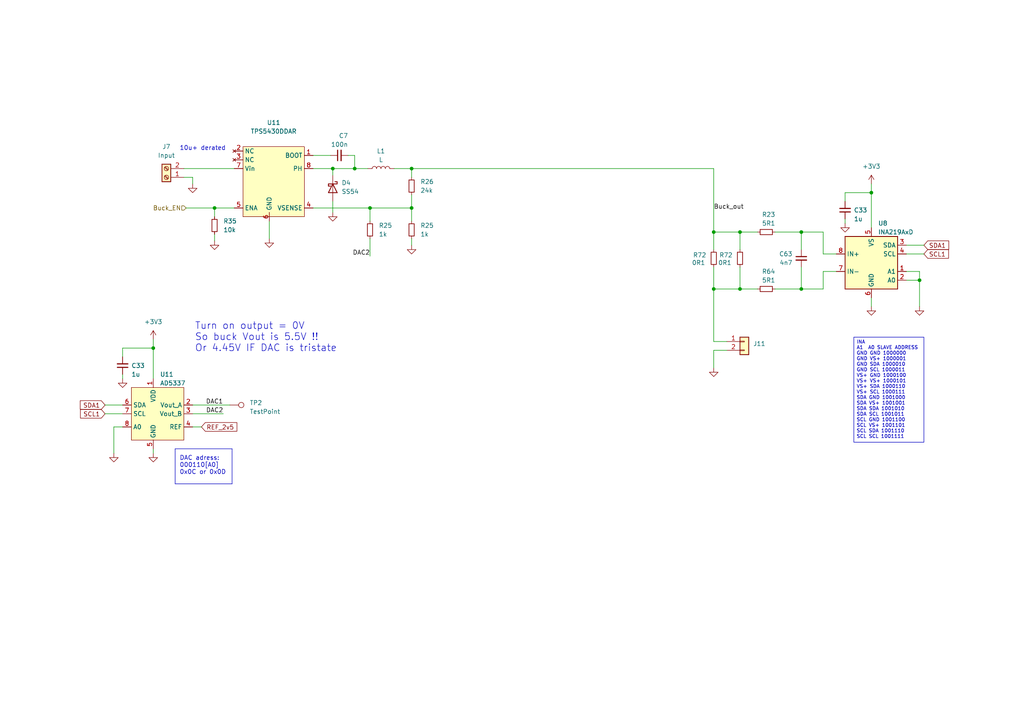
<source format=kicad_sch>
(kicad_sch (version 20230121) (generator eeschema)
  (paper "A4")
  (lib_symbols
    (symbol "Connector:Screw_Terminal_01x02" (pin_names (offset 1.016) hide)
      (property "Reference" "J" (at 0 2.54 0))
      (property "Value" "Screw_Terminal_01x02" (at 0 -5.08 0))
      (symbol "Screw_Terminal_01x02_1_1"
        (rectangle (start -1.27 1.27) (end 1.27 -3.81) (stroke (width 0.254)) (fill (type background)))
        (circle (center 0 -2.54) (radius 0.635) (stroke (width 0.1524)))
        (polyline (pts (xy -0.5334 -2.2098) (xy 0.3302 -3.048)) (stroke (width 0.1524)))
        (polyline (pts (xy -0.5334 0.3302) (xy 0.3302 -0.508)) (stroke (width 0.1524)))
        (polyline (pts (xy -0.3556 -2.032) (xy 0.508 -2.8702)) (stroke (width 0.1524)))
        (polyline (pts (xy -0.3556 0.508) (xy 0.508 -0.3302)) (stroke (width 0.1524)))
        (circle (center 0 0) (radius 0.635) (stroke (width 0.1524)))
        (pin passive line (at -5.08 0 0) (length 3.81) (name "Pin_1") (number "1"))
        (pin passive line (at -5.08 -2.54 0) (length 3.81) (name "Pin_2") (number "2"))
      )
    )
    (symbol "Connector:TestPoint" (pin_numbers hide) (pin_names (offset 0.762) hide)
      (property "Reference" "TP" (at 0 6.858 0))
      (property "Value" "TestPoint" (at 0 5.08 0))
      (symbol "TestPoint_0_1"
        (circle (center 0 3.302) (radius 0.762))
      )
      (symbol "TestPoint_1_1"
        (pin passive line (at 0 0 90) (length 2.54) (name "1") (number "1"))
      )
    )
    (symbol "Connector_Generic:Conn_01x02" (pin_names (offset 1.016) hide)
      (property "Reference" "J" (at 0 2.54 0))
      (property "Value" "Conn_01x02" (at 0 -5.08 0))
      (symbol "Conn_01x02_1_1"
        (rectangle (start -1.27 -2.413) (end 0 -2.667) (stroke (width 0.1524)))
        (rectangle (start -1.27 0.127) (end 0 -0.127) (stroke (width 0.1524)))
        (rectangle (start -1.27 1.27) (end 1.27 -3.81) (stroke (width 0.254)) (fill (type background)))
        (pin passive line (at -5.08 0 0) (length 3.81) (name "Pin_1") (number "1"))
        (pin passive line (at -5.08 -2.54 0) (length 3.81) (name "Pin_2") (number "2"))
      )
    )
    (symbol "Device:C_Small" (pin_numbers hide) (pin_names (offset 0.254) hide)
      (property "Reference" "C" (at 0.254 1.778 0))
      (property "Value" "C_Small" (at 0.254 -2.032 0))
      (symbol "C_Small_0_1"
        (polyline (pts (xy -1.524 -0.508) (xy 1.524 -0.508)) (stroke (width 0.3302)))
        (polyline (pts (xy -1.524 0.508) (xy 1.524 0.508)) (stroke (width 0.3048)))
      )
      (symbol "C_Small_1_1"
        (pin passive line (at 0 2.54 270) (length 2.032) (name "~") (number "1"))
        (pin passive line (at 0 -2.54 90) (length 2.032) (name "~") (number "2"))
      )
    )
    (symbol "Device:D_Schottky" (pin_numbers hide) (pin_names (offset 1.016) hide)
      (property "Reference" "D" (at 0 2.54 0))
      (property "Value" "D_Schottky" (at 0 -2.54 0))
      (symbol "D_Schottky_0_1"
        (polyline (pts (xy 1.27 0) (xy -1.27 0)))
        (polyline (pts (xy 1.27 1.27) (xy 1.27 -1.27) (xy -1.27 0) (xy 1.27 1.27)) (stroke (width 0.254)))
        (polyline (pts (xy -1.905 0.635) (xy -1.905 1.27) (xy -1.27 1.27) (xy -1.27 -1.27) (xy -0.635 -1.27) (xy -0.635 -0.635)) (stroke (width 0.254)))
      )
      (symbol "D_Schottky_1_1"
        (pin passive line (at -3.81 0 0) (length 2.54) (name "K") (number "1"))
        (pin passive line (at 3.81 0 180) (length 2.54) (name "A") (number "2"))
      )
    )
    (symbol "Device:L" (pin_numbers hide) (pin_names (offset 1.016) hide)
      (property "Reference" "L" (at -1.27 0 90))
      (property "Value" "L" (at 1.905 0 90))
      (symbol "L_0_1"
        (arc (start 0 -2.54) (mid 0.6323 -1.905) (end 0 -1.27))
        (arc (start 0 -1.27) (mid 0.6323 -0.635) (end 0 0))
        (arc (start 0 0) (mid 0.6323 0.635) (end 0 1.27))
        (arc (start 0 1.27) (mid 0.6323 1.905) (end 0 2.54))
      )
      (symbol "L_1_1"
        (pin passive line (at 0 3.81 270) (length 1.27) (name "1") (number "1"))
        (pin passive line (at 0 -3.81 90) (length 1.27) (name "2") (number "2"))
      )
    )
    (symbol "Device:R_Small" (pin_numbers hide) (pin_names (offset 0.254) hide)
      (property "Reference" "R" (at 0.762 0.508 0))
      (property "Value" "R_Small" (at 0.762 -1.016 0))
      (symbol "R_Small_0_1"
        (rectangle (start -0.762 1.778) (end 0.762 -1.778) (stroke (width 0.2032)))
      )
      (symbol "R_Small_1_1"
        (pin passive line (at 0 2.54 270) (length 0.762) (name "~") (number "1"))
        (pin passive line (at 0 -2.54 90) (length 0.762) (name "~") (number "2"))
      )
    )
    (symbol "My_custom_lib:AD5337"
      (property "Reference" "U" (at 2.54 10.16 0))
      (property "Value" "AD5337" (at 5.08 7.62 0))
      (symbol "AD5337_1_1"
        (rectangle (start -6.35 6.35) (end 8.89 -8.89) (fill (type background)))
        (pin power_in line (at 0 8.89 270) (length 2.54) (name "VDD") (number "1"))
        (pin output line (at 11.43 1.27 180) (length 2.54) (name "Vout_A") (number "2"))
        (pin output line (at 11.43 -1.27 180) (length 2.54) (name "Vout_B") (number "3"))
        (pin input line (at 11.43 -5.08 180) (length 2.54) (name "REF") (number "4"))
        (pin power_in line (at 0 -11.43 90) (length 2.54) (name "GND") (number "5"))
        (pin bidirectional line (at -8.89 1.27 0) (length 2.54) (name "SDA") (number "6"))
        (pin input line (at -8.89 -1.27 0) (length 2.54) (name "SCL") (number "7"))
        (pin input line (at -8.89 -5.08 0) (length 2.54) (name "A0") (number "8"))
      )
    )
    (symbol "My_custom_lib:TPS5430DDAR"
      (property "Reference" "U" (at 8.89 11.43 0))
      (property "Value" "TPS5430DDAR" (at 8.89 13.97 0))
      (property "LCSC" "C9864" (at 0 0 0))
      (symbol "TPS5430DDAR_0_1"
        (rectangle (start -7.62 8.89) (end 10.16 -11.43) (fill (type background)))
      )
      (symbol "TPS5430DDAR_1_1"
        (pin input line (at 12.7 6.35 180) (length 2.54) (name "BOOT") (number "1"))
        (pin no_connect line (at -10.16 7.62 0) (length 2.54) (name "NC") (number "2"))
        (pin no_connect line (at -10.16 5.08 0) (length 2.54) (name "NC") (number "3"))
        (pin input line (at 12.7 -8.89 180) (length 2.54) (name "VSENSE") (number "4"))
        (pin input line (at -10.16 -8.89 0) (length 2.54) (name "ENA") (number "5"))
        (pin power_in line (at 0 -12.7 90) (length 2.54) (name "GND") (number "6"))
        (pin power_in line (at -10.16 2.54 0) (length 2.54) (name "Vin") (number "7"))
        (pin power_out line (at 12.7 2.54 180) (length 2.54) (name "PH") (number "8"))
        (pin power_in line (at 0 -12.7 90) (length 2.54) hide (name "Thermal") (number "9"))
      )
    )
    (symbol "Sensor_Energy:INA219AxD"
      (property "Reference" "U" (at -6.35 8.89 0))
      (property "Value" "INA219AxD" (at 5.08 8.89 0))
      (symbol "INA219AxD_0_1"
        (rectangle (start -7.62 7.62) (end 7.62 -7.62) (stroke (width 0.254)) (fill (type background)))
      )
      (symbol "INA219AxD_1_1"
        (pin input line (at 10.16 -2.54 180) (length 2.54) (name "A1") (number "1"))
        (pin input line (at 10.16 -5.08 180) (length 2.54) (name "A0") (number "2"))
        (pin bidirectional line (at 10.16 5.08 180) (length 2.54) (name "SDA") (number "3"))
        (pin input line (at 10.16 2.54 180) (length 2.54) (name "SCL") (number "4"))
        (pin power_in line (at 0 10.16 270) (length 2.54) (name "VS") (number "5"))
        (pin power_in line (at 0 -10.16 90) (length 2.54) (name "GND") (number "6"))
        (pin input line (at -10.16 -2.54 0) (length 2.54) (name "IN-") (number "7"))
        (pin input line (at -10.16 2.54 0) (length 2.54) (name "IN+") (number "8"))
      )
    )
    (symbol "power:+3V3" (power) (pin_names (offset 0))
      (property "Value" "+3V3" (at 0 3.556 0))
      (symbol "+3V3_0_1"
        (polyline (pts (xy -0.762 1.27) (xy 0 2.54)))
        (polyline (pts (xy 0 0) (xy 0 2.54)))
        (polyline (pts (xy 0 2.54) (xy 0.762 1.27)))
      )
      (symbol "+3V3_1_1"
        (pin power_in line (at 0 0 90) (length 0) hide (name "+3V3") (number "1"))
      )
    )
    (symbol "power:GND" (power) (pin_names (offset 0))
      (property "Value" "GND" (at 0 -3.81 0))
      (symbol "GND_0_1"
        (polyline (pts (xy 0 0) (xy 0 -1.27) (xy 1.27 -1.27) (xy 0 -2.54) (xy -1.27 -1.27) (xy 0 -1.27)))
      )
      (symbol "GND_1_1"
        (pin power_in line (at 0 0 270) (length 0) hide (name "GND") (number "1"))
      )
    )
  )
  (junction (at 119.38 60.325))
  (junction (at 107.315 60.325))
  (junction (at 214.63 67.31))
  (junction (at 102.87 48.895))
  (junction (at 232.41 67.31))
  (junction (at 44.45 100.965))
  (junction (at 62.23 60.325))
  (junction (at 119.38 48.895))
  (junction (at 266.7 81.28))
  (junction (at 252.73 55.88))
  (junction (at 207.01 83.82))
  (junction (at 96.52 48.895))
  (junction (at 207.01 67.31))
  (junction (at 232.41 83.82))
  (junction (at 214.63 83.82))
  (polyline (pts (xy 67.31 140.335) (xy 67.31 130.175)))
  (wire (pts (xy 44.45 98.425) (xy 44.45 100.965)))
  (wire (pts (xy 44.45 131.445) (xy 44.45 130.175)))
  (wire (pts (xy 232.41 77.47) (xy 232.41 83.82)))
  (wire (pts (xy 252.73 86.36) (xy 252.73 88.9)))
  (wire (pts (xy 207.01 101.6) (xy 207.01 106.68)))
  (wire (pts (xy 214.63 67.31) (xy 207.01 67.31)))
  (wire (pts (xy 232.41 67.31) (xy 238.76 67.31)))
  (wire (pts (xy 119.38 69.215) (xy 119.38 71.12)))
  (wire (pts (xy 78.105 64.135) (xy 78.105 69.215)))
  (wire (pts (xy 44.45 100.965) (xy 44.45 109.855)))
  (wire (pts (xy 90.805 48.895) (xy 96.52 48.895)))
  (wire (pts (xy 62.23 62.865) (xy 62.23 60.325)))
  (wire (pts (xy 238.76 78.74) (xy 238.76 83.82)))
  (wire (pts (xy 266.7 78.74) (xy 266.7 81.28)))
  (wire (pts (xy 107.315 60.325) (xy 107.315 64.135)))
  (wire (pts (xy 252.73 53.34) (xy 252.73 55.88)))
  (wire (pts (xy 262.89 81.28) (xy 266.7 81.28)))
  (wire (pts (xy 102.87 48.895) (xy 106.68 48.895)))
  (wire (pts (xy 53.34 51.435) (xy 55.88 51.435)))
  (wire (pts (xy 35.56 103.505) (xy 35.56 100.965)))
  (wire (pts (xy 207.01 67.31) (xy 207.01 72.39)))
  (wire (pts (xy 119.38 60.325) (xy 119.38 64.135)))
  (wire (pts (xy 53.975 60.325) (xy 62.23 60.325)))
  (wire (pts (xy 224.79 67.31) (xy 232.41 67.31)))
  (wire (pts (xy 207.01 99.06) (xy 210.82 99.06)))
  (wire (pts (xy 35.56 109.855) (xy 35.56 108.585)))
  (wire (pts (xy 232.41 83.82) (xy 238.76 83.82)))
  (wire (pts (xy 55.88 51.435) (xy 55.88 53.34)))
  (wire (pts (xy 119.38 56.515) (xy 119.38 60.325)))
  (wire (pts (xy 33.02 131.445) (xy 33.02 123.825)))
  (wire (pts (xy 266.7 81.28) (xy 266.7 88.9)))
  (wire (pts (xy 119.38 48.895) (xy 119.38 51.435)))
  (wire (pts (xy 67.945 48.895) (xy 53.34 48.895)))
  (wire (pts (xy 224.79 83.82) (xy 232.41 83.82)))
  (wire (pts (xy 55.88 123.825) (xy 58.42 123.825)))
  (wire (pts (xy 238.76 73.66) (xy 238.76 67.31)))
  (wire (pts (xy 214.63 77.47) (xy 214.63 83.82)))
  (wire (pts (xy 102.87 45.085) (xy 102.87 48.895)))
  (polyline (pts (xy 50.8 140.335) (xy 67.31 140.335)))
  (wire (pts (xy 30.48 117.475) (xy 35.56 117.475)))
  (wire (pts (xy 267.97 73.66) (xy 262.89 73.66)))
  (wire (pts (xy 214.63 67.31) (xy 214.63 72.39)))
  (wire (pts (xy 107.315 60.325) (xy 119.38 60.325)))
  (wire (pts (xy 245.11 58.42) (xy 245.11 55.88)))
  (wire (pts (xy 245.11 55.88) (xy 252.73 55.88)))
  (wire (pts (xy 62.23 60.325) (xy 67.945 60.325)))
  (wire (pts (xy 207.01 83.82) (xy 207.01 99.06)))
  (wire (pts (xy 214.63 67.31) (xy 219.71 67.31)))
  (wire (pts (xy 96.52 58.42) (xy 96.52 61.595)))
  (wire (pts (xy 262.89 78.74) (xy 266.7 78.74)))
  (wire (pts (xy 96.52 50.8) (xy 96.52 48.895)))
  (wire (pts (xy 107.315 69.215) (xy 107.315 74.295)))
  (wire (pts (xy 90.805 60.325) (xy 107.315 60.325)))
  (wire (pts (xy 238.76 78.74) (xy 242.57 78.74)))
  (wire (pts (xy 214.63 83.82) (xy 207.01 83.82)))
  (wire (pts (xy 33.02 123.825) (xy 35.56 123.825)))
  (wire (pts (xy 214.63 83.82) (xy 219.71 83.82)))
  (wire (pts (xy 90.805 45.085) (xy 95.885 45.085)))
  (wire (pts (xy 232.41 72.39) (xy 232.41 67.31)))
  (wire (pts (xy 30.48 120.015) (xy 35.56 120.015)))
  (wire (pts (xy 55.88 117.475) (xy 66.675 117.475)))
  (wire (pts (xy 96.52 48.895) (xy 102.87 48.895)))
  (wire (pts (xy 114.3 48.895) (xy 119.38 48.895)))
  (polyline (pts (xy 50.8 130.175) (xy 50.8 140.335)))
  (polyline (pts (xy 50.8 130.175) (xy 67.31 130.175)))
  (wire (pts (xy 62.23 67.945) (xy 62.23 69.85)))
  (wire (pts (xy 210.82 101.6) (xy 207.01 101.6)))
  (wire (pts (xy 100.965 45.085) (xy 102.87 45.085)))
  (wire (pts (xy 64.77 120.015) (xy 55.88 120.015)))
  (wire (pts (xy 245.11 64.77) (xy 245.11 63.5)))
  (wire (pts (xy 207.01 48.895) (xy 207.01 67.31)))
  (wire (pts (xy 35.56 100.965) (xy 44.45 100.965)))
  (wire (pts (xy 207.01 77.47) (xy 207.01 83.82)))
  (wire (pts (xy 238.76 73.66) (xy 242.57 73.66)))
  (wire (pts (xy 119.38 48.895) (xy 207.01 48.895)))
  (wire (pts (xy 252.73 55.88) (xy 252.73 66.04)))
  (wire (pts (xy 267.97 71.12) (xy 262.89 71.12)))
  (text_box "INA\nA1  A0 SLAVE ADDRESS\nGND GND 1000000\nGND VS+ 1000001\nGND SDA 1000010\nGND SCL 1000011\nVS+ GND 1000100\nVS+ VS+ 1000101\nVS+ SDA 1000110\nVS+ SCL 1000111\nSDA GND 1001000\nSDA VS+ 1001001\nSDA SDA 1001010\nSDA SCL 1001011\nSCL GND 1001100\nSCL VS+ 1001101\nSCL SDA 1001110\nSCL SCL 1001111" (at 247.65 97.79 0) (size 20.32 30.48) (effects (font (size 1 1)) (justify left top)))
  (text "DAC adress:\n000110[A0] \n0x0C or 0x0D" (at 52.07 137.795 0) (effects (font (size 1.27 1.27)) (justify left bottom)))
  (text "10u+ derated" (at 52.07 43.815 0) (effects (font (size 1.27 1.27)) (justify left bottom)))
  (text "Turn on output = 0V\nSo buck Vout is 5.5V !!\nOr 4.45V IF DAC is tristate" (at 56.515 102.235 0) (effects (font (size 2 2)) (justify left bottom)))
  (label "DAC2" (at 64.77 120.015 180))
  (label "Buck_out" (at 207.01 60.96 0))
  (label "DAC2" (at 107.315 74.295 180))
  (label "DAC1" (at 59.69 117.475 0))
  (global_label "SDA1" (shape input) (at 30.48 117.475 180) (property "Intersheetrefs" "${INTERSHEET_REFS}" (effects hide)))
  (global_label "SCL1" (shape input) (at 267.97 73.66 0) (property "Intersheetrefs" "${INTERSHEET_REFS}" (effects hide)))
  (global_label "SCL1" (shape input) (at 30.48 120.015 180) (property "Intersheetrefs" "${INTERSHEET_REFS}" (effects hide)))
  (global_label "SDA1" (shape input) (at 267.97 71.12 0) (property "Intersheetrefs" "${INTERSHEET_REFS}" (effects hide)))
  (global_label "REF_2v5" (shape input) (at 58.42 123.825 0) (property "Intersheetrefs" "${INTERSHEET_REFS}" (effects hide)))
  (hierarchical_label "Buck_EN" (shape input) (at 53.975 60.325 180))
  (symbol (lib_id "Device:D_Schottky") (at 96.52 54.61 270) (unit 1)
    (property "Reference" "D4" (at 99.06 53.0225 90) (effects (justify left)))
    (property "Value" "SS54" (at 99.06 55.5625 90) (effects (justify left)))
    (property "Footprint" "Diode_SMD:D_SMA" (effects hide))
    (property "LCSC" "C22452" (effects hide))
    (instances (project "Small_load_V1" (path "" (reference "D4") (unit 1)) (path "" (reference "D7") (unit 1))))
  )
  (symbol (lib_id "Device:R_Small") (at 119.38 66.675 180) (unit 1)
    (property "Reference" "R25" (at 121.92 65.4049 0) (effects (justify right)))
    (property "Value" "1k" (at 121.92 67.9449 0) (effects (justify right)))
    (property "Footprint" "Resistor_SMD:R_0603_1608Metric" (effects hide))
    (property "Datasheet" "https://jlcpcb.com/partdetail/26547-0603WAF1002T5E/C25804" (effects hide))
    (instances (project "Small_load_V1" (path "" (reference "R25") (unit 1)) (path "" (reference "R39") (unit 1))))
  )
  (symbol (lib_id "Connector:Screw_Terminal_01x02") (at 48.26 51.435 180) (unit 1)
    (property "Reference" "J7" (at 48.26 42.545 0))
    (property "Value" "Input" (at 48.26 45.085 0))
    (property "Footprint" "TerminalBlock:TerminalBlock_Altech_AK300-2_P5.00mm" (effects hide))
    (instances (project "Small_load_V1" (path "" (reference "J7") (unit 1)) (path "" (reference "J5") (unit 1))))
  )
  (symbol (lib_id "power:+3V3") (at 44.45 98.425 0) (unit 1)
    (property "Reference" "#PWR0136" (effects hide))
    (property "Value" "+3V3" (at 44.45 93.345 0))
    (instances (project "Ethernet_switch_4out" (path "" (reference "#PWR0136") (unit 1)) (path "" (reference "#PWR0167") (unit 1))) (project "cross_band_handy_walkie_talkie_ES8388" (path "" (reference "#PWR010") (unit 1))) (project "Small_load_V1" (path "" (reference "#PWR068") (unit 1))))
  )
  (symbol (lib_id "My_custom_lib:AD5337") (at 44.45 118.745 0) (unit 1)
    (property "Reference" "U11" (at 46.4059 108.585 0) (effects (justify left)))
    (property "Value" "AD5337" (at 46.4059 111.125 0) (effects (justify left)))
    (property "Footprint" "Package_SO:MSOP-8_3x3mm_P0.65mm" (effects hide))
    (property "Datasheet" "https://datasheet.lcsc.com/lcsc/1912111437_Analog-Devices-AD5337ARMZ-REEL7_C427645.pdf" (effects hide))
    (property "LCSC" "C427645" (effects hide))
    (instances (project "Ethernet_switch_4out" (path "" (reference "U11") (unit 1)) (path "" (reference "U11") (unit 1))) (project "Small_load_V1" (path "" (reference "U9") (unit 1))))
  )
  (symbol (lib_id "power:GND") (at 266.7 88.9 0) (unit 1)
    (property "Reference" "#PWR079" (effects hide))
    (property "Value" "GND" (effects hide))
    (instances (project "Ethernet_switch_4out" (path "" (reference "#PWR079") (unit 1)) (path "" (reference "#PWR0144") (unit 1))) (project "cross_band_handy_walkie_talkie_ES8388" (path "" (reference "#PWR045") (unit 1))) (project "Small_load_V1" (path "" (reference "#PWR097") (unit 1))))
  )
  (symbol (lib_id "power:GND") (at 207.01 106.68 0) (unit 1)
    (property "Reference" "#PWR079" (effects hide))
    (property "Value" "GND" (effects hide))
    (instances (project "Ethernet_switch_4out" (path "" (reference "#PWR079") (unit 1)) (path "" (reference "#PWR0145") (unit 1))) (project "cross_band_handy_walkie_talkie_ES8388" (path "" (reference "#PWR045") (unit 1))) (project "Small_load_V1" (path "" (reference "#PWR093") (unit 1))))
  )
  (symbol (lib_id "power:+3V3") (at 252.73 53.34 0) (unit 1)
    (property "Reference" "#PWR0136" (effects hide))
    (property "Value" "+3V3" (at 252.73 48.26 0))
    (instances (project "Ethernet_switch_4out" (path "" (reference "#PWR0136") (unit 1)) (path "" (reference "#PWR0154") (unit 1))) (project "cross_band_handy_walkie_talkie_ES8388" (path "" (reference "#PWR010") (unit 1))) (project "Small_load_V1" (path "" (reference "#PWR095") (unit 1))))
  )
  (symbol (lib_id "power:GND") (at 119.38 71.12 0) (unit 1)
    (property "Reference" "#PWR078" (effects hide))
    (property "Value" "GND" (effects hide))
    (instances (project "Ethernet_switch_4out" (path "" (reference "#PWR078") (unit 1)) (path "" (reference "#PWR0176") (unit 1))) (project "cross_band_handy_walkie_talkie_ES8388" (path "" (reference "#PWR045") (unit 1))) (project "Small_load_V1" (path "" (reference "#PWR050") (unit 1)) (path "" (reference "#PWR063") (unit 1))))
  )
  (symbol (lib_id "power:GND") (at 252.73 88.9 0) (unit 1)
    (property "Reference" "#PWR079" (effects hide))
    (property "Value" "GND" (effects hide))
    (instances (project "Ethernet_switch_4out" (path "" (reference "#PWR079") (unit 1)) (path "" (reference "#PWR0153") (unit 1))) (project "cross_band_handy_walkie_talkie_ES8388" (path "" (reference "#PWR045") (unit 1))) (project "Small_load_V1" (path "" (reference "#PWR096") (unit 1))))
  )
  (symbol (lib_id "Device:C_Small") (at 98.425 45.085 90) (unit 1)
    (property "Reference" "C7" (at 100.965 39.37 90) (effects (justify left)))
    (property "Value" "100n" (at 100.965 41.91 90) (effects (justify left)))
    (property "Footprint" "Capacitor_SMD:C_0603_1608Metric" (effects hide))
    (property "Datasheet" "https://jlcpcb.com/partdetail/Yageo-CC0603KRX7R9BB104/C14663" (effects hide))
    (property "LCSC" "C14663" (effects hide))
    (instances (project "Small_load_V1" (path "" (reference "C7") (unit 1)) (path "" (reference "C15") (unit 1))))
  )
  (symbol (lib_id "Device:R_Small") (at 222.25 83.82 90) (mirror x) (unit 1)
    (property "Reference" "R64" (at 220.98 78.74 90) (effects (justify right)))
    (property "Value" "5R1" (at 220.98 81.28 90) (effects (justify right)))
    (property "Footprint" "Resistor_SMD:R_0402_1005Metric" (effects hide))
    (property "LCSC" "C25077" (effects hide))
    (instances (project "Ethernet_switch_4out" (path "" (reference "R64") (unit 1))) (project "Small_load_V1" (path "" (reference "R50") (unit 1))) (project "BMS_project" (path "" (reference "R1") (unit 1)) (path "" (reference "R19") (unit 1)) (path "" (reference "R31") (unit 1)) (path "" (reference "R38") (unit 1)) (path "" (reference "R45") (unit 1))))
  )
  (symbol (lib_id "power:GND") (at 33.02 131.445 0) (unit 1)
    (property "Reference" "#PWR079" (effects hide))
    (property "Value" "GND" (effects hide))
    (instances (project "Ethernet_switch_4out" (path "" (reference "#PWR079") (unit 1)) (path "" (reference "#PWR037") (unit 1))) (project "cross_band_handy_walkie_talkie_ES8388" (path "" (reference "#PWR045") (unit 1))) (project "Small_load_V1" (path "" (reference "#PWR062") (unit 1))))
  )
  (symbol (lib_id "Device:R_Small") (at 62.23 65.405 180) (unit 1)
    (property "Reference" "R35" (at 64.77 64.1349 0) (effects (justify right)))
    (property "Value" "10k" (at 64.77 66.6749 0) (effects (justify right)))
    (property "Footprint" "Resistor_SMD:R_0603_1608Metric" (effects hide))
    (property "Datasheet" "https://jlcpcb.com/partdetail/26547-0603WAF1002T5E/C25804" (effects hide))
    (property "LCSC" "C25804" (effects hide))
    (instances (project "Small_load_V1" (path "" (reference "R35") (unit 1)) (path "" (reference "R37") (unit 1))))
  )
  (symbol (lib_id "power:GND") (at 44.45 131.445 0) (unit 1)
    (property "Reference" "#PWR079" (effects hide))
    (property "Value" "GND" (effects hide))
    (instances (project "Ethernet_switch_4out" (path "" (reference "#PWR079") (unit 1)) (path "" (reference "#PWR0165") (unit 1))) (project "cross_band_handy_walkie_talkie_ES8388" (path "" (reference "#PWR045") (unit 1))) (project "Small_load_V1" (path "" (reference "#PWR070") (unit 1))))
  )
  (symbol (lib_id "Device:C_Small") (at 35.56 106.045 0) (mirror x) (unit 1)
    (property "Reference" "C33" (at 38.1 106.045 0) (effects (justify left)))
    (property "Value" "1u" (at 38.1 108.585 0) (effects (justify left)))
    (property "Footprint" "Capacitor_SMD:C_0402_1005Metric" (effects hide))
    (property "LCSC" "C52923" (effects hide))
    (instances (project "Ethernet_switch_4out" (path "" (reference "C33") (unit 1)) (path "" (reference "C59") (unit 1))) (project "cross_band_handy_walkie_talkie_ES8388" (path "" (reference "C5") (unit 1))) (project "Small_load_V1" (path "" (reference "C16") (unit 1))))
  )
  (symbol (lib_id "Device:C_Small") (at 245.11 60.96 0) (mirror x) (unit 1)
    (property "Reference" "C33" (at 247.65 60.96 0) (effects (justify left)))
    (property "Value" "1u" (at 247.65 63.5 0) (effects (justify left)))
    (property "Footprint" "Capacitor_SMD:C_0402_1005Metric" (effects hide))
    (property "LCSC" "C52923" (effects hide))
    (instances (project "Ethernet_switch_4out" (path "" (reference "C33") (unit 1)) (path "" (reference "C56") (unit 1))) (project "cross_band_handy_walkie_talkie_ES8388" (path "" (reference "C5") (unit 1))) (project "Small_load_V1" (path "" (reference "C33") (unit 1))))
  )
  (symbol (lib_id "power:GND") (at 245.11 64.77 0) (unit 1)
    (property "Reference" "#PWR079" (effects hide))
    (property "Value" "GND" (effects hide))
    (instances (project "Ethernet_switch_4out" (path "" (reference "#PWR079") (unit 1)) (path "" (reference "#PWR0155") (unit 1))) (project "cross_band_handy_walkie_talkie_ES8388" (path "" (reference "#PWR045") (unit 1))) (project "Small_load_V1" (path "" (reference "#PWR094") (unit 1))))
  )
  (symbol (lib_id "Device:R_Small") (at 119.38 53.975 180) (unit 1)
    (property "Reference" "R26" (at 121.92 52.7049 0) (effects (justify right)))
    (property "Value" "24k" (at 121.92 55.2449 0) (effects (justify right)))
    (property "Footprint" "Resistor_SMD:R_0603_1608Metric" (effects hide))
    (property "Datasheet" "https://jlcpcb.com/partdetail/26547-0603WAF1002T5E/C25804" (effects hide))
    (instances (project "Small_load_V1" (path "" (reference "R26") (unit 1)) (path "" (reference "R38") (unit 1))))
  )
  (symbol (lib_id "My_custom_lib:TPS5430DDAR") (at 78.105 51.435 0) (unit 1)
    (property "Reference" "U11" (at 79.375 35.56 0))
    (property "Value" "TPS5430DDAR" (at 79.375 38.1 0))
    (property "Footprint" "Package_SO:SOIC-8-1EP_3.9x4.9mm_P1.27mm_EP2.29x3mm_ThermalVias" (effects hide))
    (property "Datasheet" "https://www.ti.com/lit/ds/symlink/tps54331.pdf?ts=1675461529738&ref_url=https%253A%252F%252Fwww.google.com%252F" (effects hide))
    (property "site" "https://jlcpcb.com/partdetail/TexasInstruments-TPS5430DDAR/C9864" (effects hide))
    (property "LCSC" "C9864" (effects hide))
  )
  (symbol (lib_id "power:GND") (at 96.52 61.595 0) (unit 1)
    (property "Reference" "#PWR078" (effects hide))
    (property "Value" "GND" (effects hide))
    (instances (project "Ethernet_switch_4out" (path "" (reference "#PWR078") (unit 1)) (path "" (reference "#PWR0176") (unit 1))) (project "cross_band_handy_walkie_talkie_ES8388" (path "" (reference "#PWR045") (unit 1))) (project "Small_load_V1" (path "" (reference "#PWR050") (unit 1)) (path "" (reference "#PWR085") (unit 1))))
  )
  (symbol (lib_id "Device:R_Small") (at 207.01 74.93 0) (unit 1)
    (property "Reference" "R72" (at 200.9775 73.9775 0) (effects (justify left)))
    (property "Value" "0R1" (at 200.66 76.2 0) (effects (justify left)))
    (property "Footprint" "Resistor_SMD:R_1206_3216Metric" (effects hide))
    (property "LCSC" "C25334" (effects hide))
    (instances (project "Ethernet_switch_4out" (path "" (reference "R72") (unit 1)) (path "" (reference "R19") (unit 1))) (project "cross_band_handy_walkie_talkie_ES8388" (path "" (reference "R16") (unit 1))) (project "Small_load_V1" (path "" (reference "R45") (unit 1))))
  )
  (symbol (lib_id "Device:R_Small") (at 107.315 66.675 180) (unit 1)
    (property "Reference" "R25" (at 109.855 65.4049 0) (effects (justify right)))
    (property "Value" "1k" (at 109.855 67.9449 0) (effects (justify right)))
    (property "Footprint" "Resistor_SMD:R_0603_1608Metric" (effects hide))
    (property "Datasheet" "https://jlcpcb.com/partdetail/26547-0603WAF1002T5E/C25804" (effects hide))
    (instances (project "Small_load_V1" (path "" (reference "R25") (unit 1)) (path "" (reference "R40") (unit 1))))
  )
  (symbol (lib_id "power:GND") (at 62.23 69.85 0) (mirror y) (unit 1)
    (property "Reference" "#PWR078" (effects hide))
    (property "Value" "GND" (effects hide))
    (instances (project "Ethernet_switch_4out" (path "" (reference "#PWR078") (unit 1)) (path "" (reference "#PWR0176") (unit 1))) (project "cross_band_handy_walkie_talkie_ES8388" (path "" (reference "#PWR045") (unit 1))) (project "Small_load_V1" (path "" (reference "#PWR057") (unit 1)) (path "" (reference "#PWR061") (unit 1))))
  )
  (symbol (lib_id "Device:R_Small") (at 222.25 67.31 90) (mirror x) (unit 1)
    (property "Reference" "R23" (at 220.98 62.23 90) (effects (justify right)))
    (property "Value" "5R1" (at 220.98 64.77 90) (effects (justify right)))
    (property "Footprint" "Resistor_SMD:R_0402_1005Metric" (effects hide))
    (property "LCSC" "C25077" (effects hide))
    (instances (project "Ethernet_switch_4out" (path "" (reference "R23") (unit 1))) (project "Small_load_V1" (path "" (reference "R49") (unit 1))) (project "BMS_project" (path "" (reference "R1") (unit 1)) (path "" (reference "R19") (unit 1)) (path "" (reference "R31") (unit 1)) (path "" (reference "R38") (unit 1)) (path "" (reference "R45") (unit 1))))
  )
  (symbol (lib_id "Connector:TestPoint") (at 66.675 117.475 270) (unit 1)
    (property "Reference" "TP2" (at 72.39 116.84 90) (effects (justify left)))
    (property "Value" "TestPoint" (at 72.39 119.38 90) (effects (justify left)))
    (property "Footprint" "TestPoint:TestPoint_Pad_D1.0mm" (effects hide))
    (instances (project "Ethernet_switch_4out" (path "" (reference "TP2") (unit 1)) (path "" (reference "TP3") (unit 1)) (path "" (reference "TP4") (unit 1))) (project "Small_load_V1" (path "" (reference "TP1") (unit 1))))
  )
  (symbol (lib_id "power:GND") (at 35.56 109.855 0) (unit 1)
    (property "Reference" "#PWR079" (effects hide))
    (property "Value" "GND" (effects hide))
    (instances (project "Ethernet_switch_4out" (path "" (reference "#PWR079") (unit 1)) (path "" (reference "#PWR0166") (unit 1))) (project "cross_band_handy_walkie_talkie_ES8388" (path "" (reference "#PWR045") (unit 1))) (project "Small_load_V1" (path "" (reference "#PWR064") (unit 1))))
  )
  (symbol (lib_id "Device:R_Small") (at 214.63 74.93 0) (unit 1)
    (property "Reference" "R72" (at 208.5975 73.9775 0) (effects (justify left)))
    (property "Value" "0R1" (at 208.28 76.2 0) (effects (justify left)))
    (property "Footprint" "Resistor_SMD:R_1206_3216Metric" (effects hide))
    (property "LCSC" "C25334" (effects hide))
    (instances (project "Ethernet_switch_4out" (path "" (reference "R72") (unit 1)) (path "" (reference "R21") (unit 1))) (project "cross_band_handy_walkie_talkie_ES8388" (path "" (reference "R16") (unit 1))) (project "Small_load_V1" (path "" (reference "R48") (unit 1))))
  )
  (symbol (lib_id "Connector_Generic:Conn_01x02") (at 215.9 99.06 0) (unit 1)
    (property "Reference" "J11" (at 218.44 99.695 0) (effects (justify left)))
    (property "Value" "Conn_01x02" (effects hide))
    (property "Footprint" "Z_mycustom_footprint_lib:MYOUNG MY-18650-01" (effects hide))
    (instances (project "Ethernet_switch_4out" (path "" (reference "J11") (unit 1)) (path "" (reference "J13") (unit 1))) (project "Small_load_V1" (path "" (reference "J12") (unit 1))))
  )
  (symbol (lib_id "power:GND") (at 55.88 53.34 0) (mirror y) (unit 1) (in_bom no)
    (property "Reference" "#PWR029" (effects hide))
    (property "Value" "GND" (effects hide))
    (instances (project "Small_load_V1" (path "" (reference "#PWR029") (unit 1)) (path "" (reference "#PWR083") (unit 1))))
  )
  (symbol (lib_id "Device:C_Small") (at 232.41 74.93 0) (mirror y) (unit 1)
    (property "Reference" "C63" (at 229.87 73.66 0) (effects (justify left)))
    (property "Value" "4n7" (at 229.87 76.2 0) (effects (justify left)))
    (property "Footprint" "Capacitor_SMD:C_0402_1005Metric" (effects hide))
    (property "Datasheet" "https://jlcpcb.com/partdetail/55004-0603B472K500NT/C53987" (effects hide))
    (property "LCSC" "C1538" (effects hide))
    (instances (project "Ethernet_switch_4out" (path "" (reference "C63") (unit 1))) (project "cross_band_handy_walkie_talkie_ES8388" (path "" (reference "C32") (unit 1))) (project "Small_load_V1" (path "" (reference "C32") (unit 1))))
  )
  (symbol (lib_id "Device:L") (at 110.49 48.895 90) (unit 1)
    (property "Reference" "L1" (at 110.49 43.815 90))
    (property "Value" "L" (at 110.49 46.355 90))
    (instances (project "Small_load_V1" (path "" (reference "L1") (unit 1)) (path "" (reference "L2") (unit 1))))
  )
  (symbol (lib_id "Sensor_Energy:INA219AxD") (at 252.73 76.2 0) (unit 1)
    (property "Reference" "U8" (at 254.6859 64.77 0) (effects (justify left)))
    (property "Value" "INA219AxD" (at 254.6859 67.31 0) (effects (justify left)))
    (property "Footprint" "Package_SO:SOIC-8_3.9x4.9mm_P1.27mm" (effects hide))
    (property "Datasheet" "http://www.ti.com/lit/ds/symlink/ina219.pdf" (effects hide))
    (instances (project "Ethernet_switch_4out" (path "" (reference "U8") (unit 1))) (project "Small_load_V1" (path "" (reference "U14") (unit 1))))
  )
  (symbol (lib_id "power:GND") (at 78.105 69.215 0) (unit 1)
    (property "Reference" "#PWR079" (effects hide))
    (property "Value" "GND" (effects hide))
    (instances (project "Ethernet_switch_4out" (path "" (reference "#PWR079") (unit 1)) (path "" (reference "#PWR0145") (unit 1))) (project "cross_band_handy_walkie_talkie_ES8388" (path "" (reference "#PWR045") (unit 1))) (project "Small_load_V1" (path "" (reference "#PWR060") (unit 1))))
  )
)
</source>
